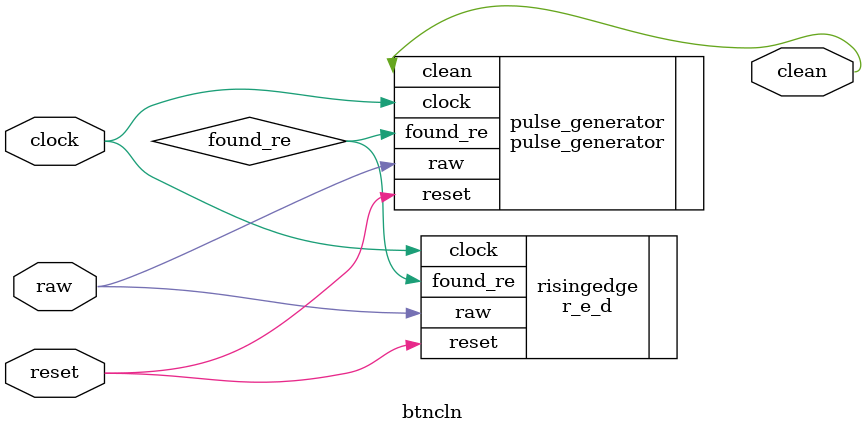
<source format=v>
`timescale 1ns / 1ps


module btncln(
    input clock,
    input reset,
    input raw,
    output clean
    );
    
    wire found_re;
    
    r_e_d risingedge(.clock(clock),.reset(reset),.raw(raw),.found_re(found_re));
    pulse_generator #(4095) pulse_generator(.clock(clock),.reset(reset),.raw(raw),.found_re(found_re),.clean(clean));
endmodule

</source>
